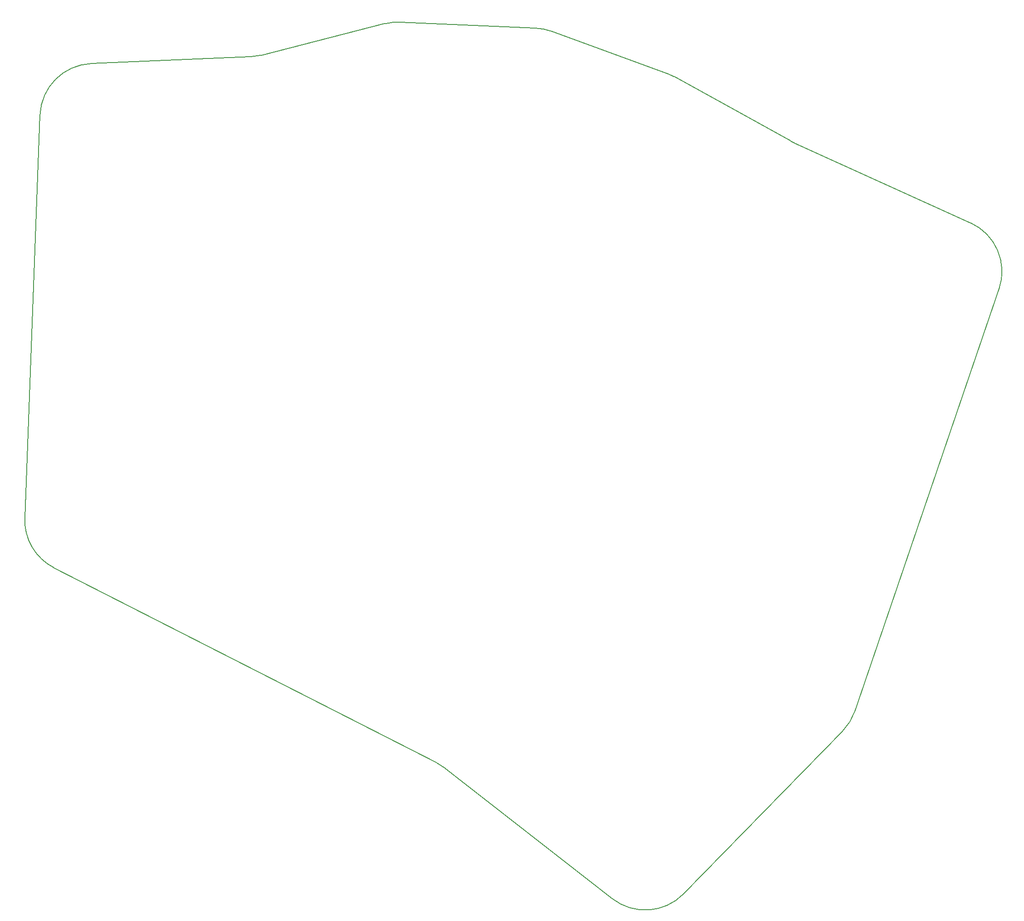
<source format=gm1>
%TF.GenerationSoftware,KiCad,Pcbnew,7.0.7+dfsg-1*%
%TF.CreationDate,2024-02-08T22:24:17-07:00*%
%TF.ProjectId,Keyboard,4b657962-6f61-4726-942e-6b696361645f,v1.0.0*%
%TF.SameCoordinates,Original*%
%TF.FileFunction,Profile,NP*%
%FSLAX46Y46*%
G04 Gerber Fmt 4.6, Leading zero omitted, Abs format (unit mm)*
G04 Created by KiCad (PCBNEW 7.0.7+dfsg-1) date 2024-02-08 22:24:17*
%MOMM*%
%LPD*%
G01*
G04 APERTURE LIST*
%TA.AperFunction,Profile*%
%ADD10C,0.150000*%
%TD*%
G04 APERTURE END LIST*
D10*
X192175859Y-173998969D02*
X120627172Y-137517123D01*
X115176773Y-128230843D02*
X118020641Y-52954793D01*
X127584056Y-43341542D02*
X157353217Y-42061906D01*
X159389647Y-41762335D02*
X182381393Y-35912182D01*
X185284593Y-35612951D02*
X210571339Y-36719834D01*
X213560076Y-37315472D02*
X235098400Y-45169969D01*
X236510608Y-45813121D02*
X258266234Y-57840500D01*
X258976430Y-58197046D02*
X291822947Y-73083918D01*
X297158410Y-85423468D02*
X270230943Y-164284563D01*
X267920373Y-168041423D02*
X238215704Y-198446320D01*
X224906134Y-199338206D02*
X193790002Y-175027618D01*
X115176773Y-128230843D02*
G75*
G03*
X120627172Y-137517123I9992871J-377523D01*
G01*
X127584056Y-43341543D02*
G75*
G03*
X118020642Y-52954793I429456J-9990773D01*
G01*
X157353217Y-42061905D02*
G75*
G03*
X159389647Y-41762334I-429456J9990773D01*
G01*
X185284593Y-35612952D02*
G75*
G03*
X182381393Y-35912182I-437314J-9990432D01*
G01*
X213560075Y-37315473D02*
G75*
G03*
X210571339Y-36719835I-3426050J-9394794D01*
G01*
X236510608Y-45813122D02*
G75*
G03*
X235098400Y-45169970I-4838258J-8751642D01*
G01*
X258266234Y-57840500D02*
G75*
G03*
X258976430Y-58197046I4838258J8751643D01*
G01*
X297158409Y-85423468D02*
G75*
G03*
X291822946Y-73083919I-9463524J3231361D01*
G01*
X267920372Y-168041422D02*
G75*
G03*
X270230942Y-164284564I-7152953J6988221D01*
G01*
X224906134Y-199338206D02*
G75*
G03*
X238215704Y-198446320I6156615J7880108D01*
G01*
X193790002Y-175027618D02*
G75*
G03*
X192175859Y-173998969I-6156615J-7880108D01*
G01*
M02*

</source>
